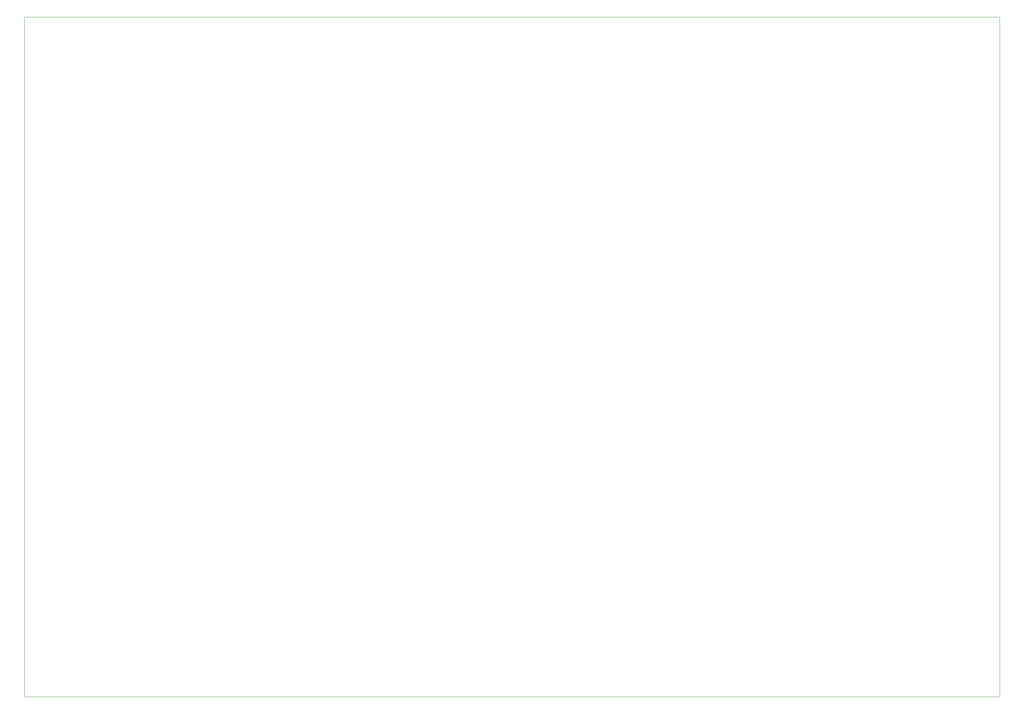
<source format=gm1>
G04 #@! TF.GenerationSoftware,KiCad,Pcbnew,5.1.9*
G04 #@! TF.CreationDate,2020-12-27T07:37:23+01:00*
G04 #@! TF.ProjectId,atx040-main-pcb,61747830-3430-42d6-9d61-696e2d706362,rev?*
G04 #@! TF.SameCoordinates,Original*
G04 #@! TF.FileFunction,Profile,NP*
%FSLAX46Y46*%
G04 Gerber Fmt 4.6, Leading zero omitted, Abs format (unit mm)*
G04 Created by KiCad (PCBNEW 5.1.9) date 2020-12-27 07:37:23*
%MOMM*%
%LPD*%
G01*
G04 APERTURE LIST*
G04 #@! TA.AperFunction,Profile*
%ADD10C,0.050000*%
G04 #@! TD*
G04 APERTURE END LIST*
D10*
X31750000Y-31750000D02*
X31750000Y-201930000D01*
X275590000Y-31750000D02*
X31750000Y-31750000D01*
X275590000Y-201930000D02*
X275590000Y-31750000D01*
X31750000Y-201930000D02*
X275590000Y-201930000D01*
M02*

</source>
